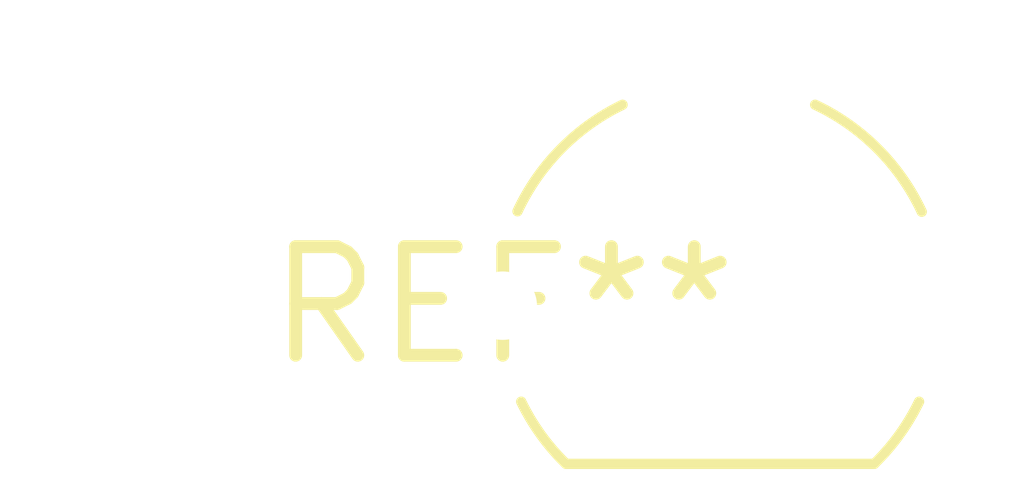
<source format=kicad_pcb>
(kicad_pcb (version 20240108) (generator pcbnew)
  (layers (0 "F.Cu" signal) (31 "B.Cu" signal) (34 "B.Paste" user) (35 "F.Paste" user) (36 "B.SilkS" user "B.Silkscreen") (37 "F.SilkS" user "F.Silkscreen") (38 "B.Mask" user) (39 "F.Mask" user) (44 "Edge.Cuts" user))
  (net 0 "")
  (footprint "TO-92_Wide" (layer "F.Cu") (at 0 0)
    (property "Reference" "REF**")
    (property "Value" "TO-92_Wide")
    (fp_line (start 0.74 1.85) (end 4.34 1.85) (layer "F.SilkS") (stroke (width 0.12)))
    (fp_arc (start 0.172801 -1.103842) (mid 0.678995 -1.832692) (end 1.4 -2.35) (layer "F.SilkS") (stroke (width 0.12)))
    (fp_arc (start 0.74 1.85) (mid 0.446097 1.509328) (end 0.215816 1.122795) (layer "F.SilkS") (stroke (width 0.12)))
    (fp_arc (start 3.65 -2.35) (mid 4.382279 -1.833196) (end 4.895458 -1.098371) (layer "F.SilkS") (stroke (width 0.12)))
    (fp_arc (start 4.864184 1.122795) (mid 4.633903 1.509328) (end 4.34 1.85) (layer "F.SilkS") (stroke (width 0.12)))
    (pad "1" thru_hole rect (at 0 0) (size 1.5 1.5) (drill 0.8) (layers *.Cu *.Mask) (remove_unused_layers))
    (pad "2" thru_hole circle (at 2.54 -2.54) (size 1.5 1.5) (drill 0.8) (layers *.Cu *.Mask) (remove_unused_layers))
    (pad "3" thru_hole circle (at 5.08 0) (size 1.5 1.5) (drill 0.8) (layers *.Cu *.Mask) (remove_unused_layers))
  )
)
</source>
